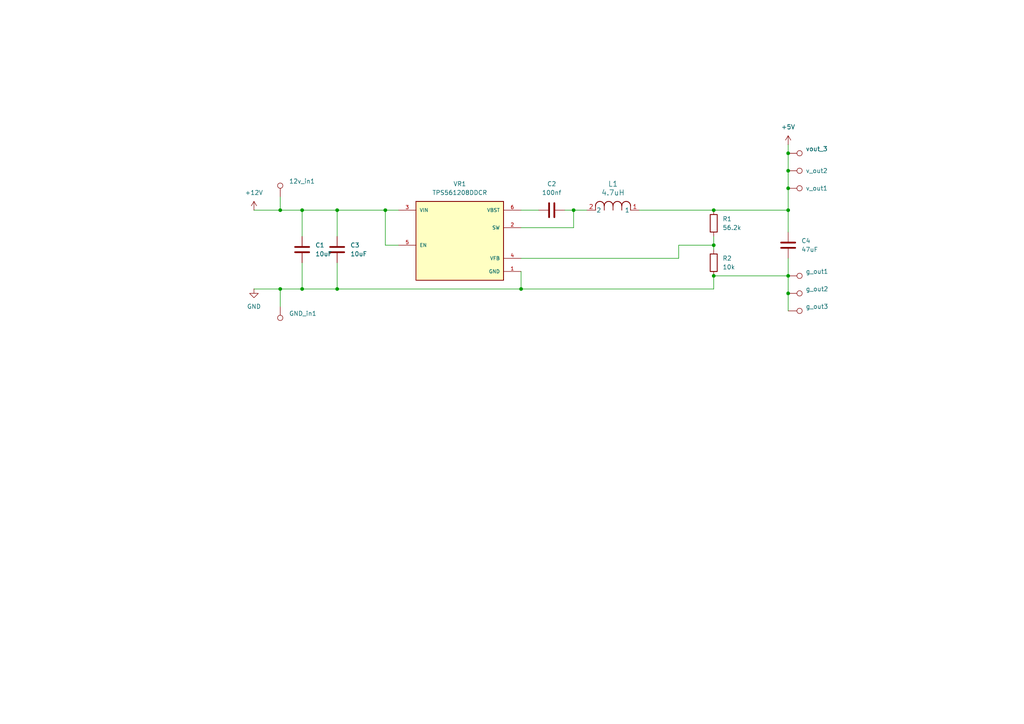
<source format=kicad_sch>
(kicad_sch (version 20250114) (generator "eeschema") (generator_version "9.0")
  (paper "A4")
  (lib_symbols
    (symbol "Connector:TestPoint" (pin_numbers (hide yes)) (pin_names (offset 0.762) (hide yes))
      (property "Reference" "TP" (at 0 6.858 0))
      (property "Value" "TestPoint" (at 0 5.08 0))
      (symbol "TestPoint_0_1"
        (circle (center 0 3.302) (radius 0.762))
      )
      (symbol "TestPoint_1_1"
        (pin passive line (at 0 0 90) (length 2.54) (name "1") (number "1"))
      )
    )
    (symbol "Device:C" (pin_numbers (hide yes)) (pin_names (offset 0.254))
      (property "Reference" "C" (at 0.635 2.54 0))
      (property "Value" "C" (at 0.635 -2.54 0))
      (symbol "C_0_1"
        (polyline (pts (xy -2.032 0.762) (xy 2.032 0.762)) (stroke (width 0.508)))
        (polyline (pts (xy -2.032 -0.762) (xy 2.032 -0.762)) (stroke (width 0.508)))
      )
      (symbol "C_1_1"
        (pin passive line (at 0 3.81 270) (length 2.794) (name "~") (number "1"))
        (pin passive line (at 0 -3.81 90) (length 2.794) (name "~") (number "2"))
      )
    )
    (symbol "Device:R" (pin_numbers (hide yes)) (pin_names (offset 0))
      (property "Reference" "R" (at 2.032 0 90))
      (property "Value" "R" (at 0 0 90))
      (symbol "R_0_1"
        (rectangle (start -1.016 -2.54) (end 1.016 2.54) (stroke (width 0.254)))
      )
      (symbol "R_1_1"
        (pin passive line (at 0 3.81 270) (length 1.27) (name "~") (number "1"))
        (pin passive line (at 0 -3.81 90) (length 1.27) (name "~") (number "2"))
      )
    )
    (symbol "buck down:TPS561208DDCR" (pin_names (offset 1.016))
      (property "Reference" "VR1" (at 0 17.78 0))
      (property "Value" "TPS561208DDCR" (at 0 15.24 0))
      (symbol "TPS561208DDCR_0_0"
        (rectangle (start -12.7 -10.16) (end 12.7 12.7) (stroke (width 0.254)) (fill (type background)))
        (pin power_in line (at -17.78 10.16 0) (length 5.08) (name "VIN") (number "3"))
        (pin input line (at -17.78 0 0) (length 5.08) (name "EN") (number "5"))
        (pin input line (at 17.78 10.16 180) (length 5.08) (name "VBST") (number "6"))
        (pin output line (at 17.78 5.08 180) (length 5.08) (name "SW") (number "2"))
        (pin input line (at 17.78 -3.81 180) (length 5.08) (name "VFB") (number "4"))
        (pin power_in line (at 17.78 -7.62 180) (length 5.08) (name "GND") (number "1"))
      )
    )
    (symbol "drum:B82462A4472M000" (pin_names (offset 0.254))
      (property "Reference" "L" (at 6.985 5.08 0))
      (property "Value" "B82462A4472M000" (at 6.985 -2.54 0))
      (symbol "B82462A4472M000_1_1"
        (polyline (pts (xy 2.54 0) (xy 2.54 1.27)) (stroke (width 0.2032)))
        (arc (start 2.54 1.27) (mid 3.81 2.5344) (end 5.08 1.27) (stroke (width 0.254)))
        (polyline (pts (xy 5.08 0) (xy 5.08 1.27)) (stroke (width 0.2032)))
        (arc (start 5.08 1.27) (mid 6.35 2.5344) (end 7.62 1.27) (stroke (width 0.254)))
        (polyline (pts (xy 7.62 0) (xy 7.62 1.27)) (stroke (width 0.2032)))
        (arc (start 7.62 1.27) (mid 8.89 2.5344) (end 10.16 1.27) (stroke (width 0.254)))
        (polyline (pts (xy 10.16 0) (xy 10.16 1.27)) (stroke (width 0.2032)))
        (arc (start 10.16 1.27) (mid 11.43 2.5344) (end 12.7 1.27) (stroke (width 0.254)))
        (polyline (pts (xy 12.7 0) (xy 12.7 1.27)) (stroke (width 0.2032)))
        (pin unspecified line (at 0 0 0) (length 2.54) (name "2") (number "2"))
        (pin unspecified line (at 15.24 0 180) (length 2.54) (name "1") (number "1"))
      )
      (symbol "B82462A4472M000_1_2"
        (arc (start -1.27 10.16) (mid -2.5344 11.43) (end -1.27 12.7) (stroke (width 0.254)))
        (arc (start -1.27 7.62) (mid -2.5344 8.89) (end -1.27 10.16) (stroke (width 0.254)))
        (arc (start -1.27 5.08) (mid -2.5344 6.35) (end -1.27 7.62) (stroke (width 0.254)))
        (arc (start -1.27 2.54) (mid -2.5344 3.81) (end -1.27 5.08) (stroke (width 0.254)))
        (polyline (pts (xy 0 12.7) (xy -1.27 12.7)) (stroke (width 0.2032)))
        (polyline (pts (xy 0 10.16) (xy -1.27 10.16)) (stroke (width 0.2032)))
        (polyline (pts (xy 0 7.62) (xy -1.27 7.62)) (stroke (width 0.2032)))
        (polyline (pts (xy 0 5.08) (xy -1.27 5.08)) (stroke (width 0.2032)))
        (polyline (pts (xy 0 2.54) (xy -1.27 2.54)) (stroke (width 0.2032)))
        (pin unspecified line (at 0 15.24 270) (length 2.54) (name "1") (number "1"))
        (pin unspecified line (at 0 0 90) (length 2.54) (name "2") (number "2"))
      )
    )
    (symbol "power:+12V" (power) (pin_numbers (hide yes)) (pin_names (offset 0) (hide yes))
      (property "Value" "+12V" (at 0 3.556 0))
      (symbol "+12V_0_1"
        (polyline (pts (xy -0.762 1.27) (xy 0 2.54)))
        (polyline (pts (xy 0 2.54) (xy 0.762 1.27)))
        (polyline (pts (xy 0 0) (xy 0 2.54)))
      )
      (symbol "+12V_1_1"
        (pin power_in line (at 0 0 90) (length 0) (name "~") (number "1"))
      )
    )
    (symbol "power:+5V" (power) (pin_numbers (hide yes)) (pin_names (offset 0) (hide yes))
      (property "Value" "+5V" (at 0 3.556 0))
      (symbol "+5V_0_1"
        (polyline (pts (xy -0.762 1.27) (xy 0 2.54)))
        (polyline (pts (xy 0 2.54) (xy 0.762 1.27)))
        (polyline (pts (xy 0 0) (xy 0 2.54)))
      )
      (symbol "+5V_1_1"
        (pin power_in line (at 0 0 90) (length 0) (name "~") (number "1"))
      )
    )
    (symbol "power:GND" (power) (pin_numbers (hide yes)) (pin_names (offset 0) (hide yes))
      (property "Value" "GND" (at 0 -3.81 0))
      (symbol "GND_0_1"
        (polyline (pts (xy 0 0) (xy 0 -1.27) (xy 1.27 -1.27) (xy 0 -2.54) (xy -1.27 -1.27) (xy 0 -1.27)))
      )
      (symbol "GND_1_1"
        (pin power_in line (at 0 0 270) (length 0) (name "~") (number "1"))
      )
    )
  )
  (junction (at 151.13 83.82))
  (junction (at 228.6 49.53))
  (junction (at 228.6 85.09))
  (junction (at 228.6 44.45))
  (junction (at 81.28 83.82))
  (junction (at 228.6 60.96))
  (junction (at 97.79 60.96))
  (junction (at 228.6 54.61))
  (junction (at 207.01 60.96))
  (junction (at 87.63 83.82))
  (junction (at 97.79 83.82))
  (junction (at 228.6 80.01))
  (junction (at 207.01 80.01))
  (junction (at 81.28 60.96))
  (junction (at 87.63 60.96))
  (junction (at 207.01 71.12))
  (junction (at 111.76 60.96))
  (junction (at 166.37 60.96))
  (wire (pts (xy 97.79 76.2) (xy 97.79 83.82)))
  (wire (pts (xy 196.85 74.93) (xy 196.85 71.12)))
  (wire (pts (xy 151.13 60.96) (xy 156.21 60.96)))
  (wire (pts (xy 196.85 71.12) (xy 207.01 71.12)))
  (wire (pts (xy 151.13 66.04) (xy 166.37 66.04)))
  (wire (pts (xy 87.63 68.58) (xy 87.63 60.96)))
  (wire (pts (xy 111.76 60.96) (xy 115.57 60.96)))
  (wire (pts (xy 228.6 49.53) (xy 228.6 54.61)))
  (wire (pts (xy 81.28 60.96) (xy 87.63 60.96)))
  (wire (pts (xy 207.01 71.12) (xy 207.01 68.58)))
  (wire (pts (xy 81.28 57.15) (xy 81.28 60.96)))
  (wire (pts (xy 228.6 80.01) (xy 228.6 74.93)))
  (wire (pts (xy 228.6 60.96) (xy 228.6 67.31)))
  (wire (pts (xy 87.63 76.2) (xy 87.63 83.82)))
  (wire (pts (xy 207.01 83.82) (xy 151.13 83.82)))
  (wire (pts (xy 81.28 83.82) (xy 87.63 83.82)))
  (wire (pts (xy 87.63 83.82) (xy 97.79 83.82)))
  (wire (pts (xy 115.57 71.12) (xy 111.76 71.12)))
  (wire (pts (xy 207.01 80.01) (xy 228.6 80.01)))
  (wire (pts (xy 228.6 44.45) (xy 228.6 49.53)))
  (wire (pts (xy 228.6 85.09) (xy 228.6 90.17)))
  (wire (pts (xy 73.66 60.96) (xy 81.28 60.96)))
  (wire (pts (xy 228.6 54.61) (xy 228.6 60.96)))
  (wire (pts (xy 111.76 60.96) (xy 111.76 71.12)))
  (wire (pts (xy 87.63 60.96) (xy 97.79 60.96)))
  (wire (pts (xy 166.37 60.96) (xy 170.18 60.96)))
  (wire (pts (xy 228.6 80.01) (xy 228.6 85.09)))
  (wire (pts (xy 185.42 60.96) (xy 207.01 60.96)))
  (wire (pts (xy 207.01 80.01) (xy 207.01 83.82)))
  (wire (pts (xy 97.79 60.96) (xy 97.79 68.58)))
  (wire (pts (xy 151.13 83.82) (xy 151.13 78.74)))
  (wire (pts (xy 97.79 60.96) (xy 111.76 60.96)))
  (wire (pts (xy 228.6 41.91) (xy 228.6 44.45)))
  (wire (pts (xy 166.37 66.04) (xy 166.37 60.96)))
  (wire (pts (xy 73.66 83.82) (xy 81.28 83.82)))
  (wire (pts (xy 166.37 60.96) (xy 163.83 60.96)))
  (wire (pts (xy 81.28 83.82) (xy 81.28 88.9)))
  (wire (pts (xy 151.13 74.93) (xy 196.85 74.93)))
  (wire (pts (xy 207.01 60.96) (xy 228.6 60.96)))
  (wire (pts (xy 207.01 71.12) (xy 207.01 72.39)))
  (wire (pts (xy 97.79 83.82) (xy 151.13 83.82)))
  (symbol (lib_id "Connector:TestPoint") (at 228.6 80.01 270) (unit 1)
    (property "Reference" "g_out1" (at 233.68 78.7399 90) (effects (justify left)))
    (property "Value" "g_out1" (effects (hide yes)))
    (property "Footprint" "Connector_PinHeader_2.54mm:PinHeader_1x01_P2.54mm_Vertical" (effects (hide yes)))
    (property "Description" "test point" (effects (hide yes)))
  )
  (symbol (lib_id "power:+12V") (at 73.66 60.96 0) (unit 1)
    (property "Reference" "#PWR01" (effects (hide yes)))
    (property "Value" "+12V" (at 73.66 55.88 0))
    (property "Description" "Power symbol creates a global label with name \"+12V\"" (effects (hide yes)))
  )
  (symbol (lib_id "power:+5V") (at 228.6 41.91 0) (unit 1)
    (property "Reference" "#PWR03" (effects (hide yes)))
    (property "Value" "+5V" (at 228.6 36.83 0))
    (property "Description" "Power symbol creates a global label with name \"+5V\"" (effects (hide yes)))
  )
  (symbol (lib_id "Device:R") (at 207.01 64.77 0) (unit 1)
    (property "Reference" "R1" (at 209.55 63.4999 0) (effects (justify left)))
    (property "Value" "56.2k" (at 209.55 66.0399 0) (effects (justify left)))
    (property "Footprint" "Resistor_SMD:R_0603_1608Metric_Pad0.98x0.95mm_HandSolder" (effects (hide yes)))
    (property "Description" "Resistor" (effects (hide yes)))
  )
  (symbol (lib_id "Connector:TestPoint") (at 228.6 85.09 270) (unit 1)
    (property "Reference" "g_out2" (at 233.68 83.8199 90) (effects (justify left)))
    (property "Value" "g_out2" (effects (hide yes)))
    (property "Footprint" "Connector_PinHeader_2.54mm:PinHeader_1x01_P2.54mm_Vertical" (effects (hide yes)))
    (property "Description" "test point" (effects (hide yes)))
  )
  (symbol (lib_id "Device:R") (at 207.01 76.2 0) (unit 1)
    (property "Reference" "R2" (at 209.55 74.9299 0) (effects (justify left)))
    (property "Value" "10k" (at 209.55 77.4699 0) (effects (justify left)))
    (property "Footprint" "Resistor_SMD:R_0603_1608Metric_Pad0.98x0.95mm_HandSolder" (effects (hide yes)))
    (property "Description" "Resistor" (effects (hide yes)))
  )
  (symbol (lib_id "Connector:TestPoint") (at 228.6 54.61 270) (unit 1)
    (property "Reference" "v_out1" (at 233.68 54.6099 90) (effects (justify left)))
    (property "Value" "vout_1" (effects (hide yes)))
    (property "Footprint" "Connector_PinHeader_2.54mm:PinHeader_1x01_P2.54mm_Vertical" (effects (hide yes)))
    (property "Description" "test point" (effects (hide yes)))
  )
  (symbol (lib_id "buck down:TPS561208DDCR") (at 133.35 71.12 0) (unit 1)
    (property "Reference" "VR1" (at 133.35 53.34 0))
    (property "Value" "TPS561208DDCR" (at 133.35 55.88 0))
    (property "Footprint" "ic:SOT95P280X110-6N" (effects (hide yes)))
  )
  (symbol (lib_id "Device:C") (at 228.6 71.12 180) (unit 1)
    (property "Reference" "C4" (at 232.41 69.8499 0) (effects (justify right)))
    (property "Value" "47uF" (at 232.41 72.3899 0) (effects (justify right)))
    (property "Footprint" "Capacitor_SMD:C_1206_3216Metric_Pad1.33x1.80mm_HandSolder" (effects (hide yes)))
    (property "Description" "Unpolarized capacitor" (effects (hide yes)))
  )
  (symbol (lib_id "Connector:TestPoint") (at 228.6 90.17 270) (unit 1)
    (property "Reference" "g_out3" (at 233.68 88.8999 90) (effects (justify left)))
    (property "Value" "g_out3" (effects (hide yes)))
    (property "Footprint" "Connector_PinHeader_2.54mm:PinHeader_1x01_P2.54mm_Vertical" (effects (hide yes)))
    (property "Description" "test point" (effects (hide yes)))
  )
  (symbol (lib_id "power:GND") (at 73.66 83.82 0) (unit 1)
    (property "Reference" "#PWR02" (effects (hide yes)))
    (property "Value" "GND" (at 73.66 88.9 0))
    (property "Description" "Power symbol creates a global label with name \"GND\" , ground" (effects (hide yes)))
  )
  (symbol (lib_id "Device:C") (at 97.79 72.39 0) (unit 1)
    (property "Reference" "C3" (at 101.6 71.1199 0) (effects (justify left)))
    (property "Value" "10uF" (at 101.6 73.6599 0) (effects (justify left)))
    (property "Footprint" "Capacitor_SMD:C_0603_1608Metric_Pad1.08x0.95mm_HandSolder" (effects (hide yes)))
    (property "Description" "Unpolarized capacitor" (effects (hide yes)))
  )
  (symbol (lib_id "Connector:TestPoint") (at 228.6 49.53 270) (unit 1)
    (property "Reference" "v_out2" (at 233.68 49.5299 90) (effects (justify left)))
    (property "Value" "vout_2" (effects (hide yes)))
    (property "Footprint" "Connector_PinHeader_2.54mm:PinHeader_1x01_P2.54mm_Vertical" (effects (hide yes)))
    (property "Description" "test point" (effects (hide yes)))
  )
  (symbol (lib_id "Connector:TestPoint") (at 228.6 44.45 270) (unit 1)
    (property "Reference" "vout_3" (at 233.68 43.1799 90) (effects (justify left)))
    (property "Value" "vout_3" (effects (hide yes)))
    (property "Footprint" "Connector_PinHeader_2.54mm:PinHeader_1x01_P2.54mm_Vertical" (effects (hide yes)))
    (property "Description" "test point" (effects (hide yes)))
  )
  (symbol (lib_id "Connector:TestPoint") (at 81.28 57.15 0) (unit 1)
    (property "Reference" "12v_in1" (at 83.82 52.5779 0) (effects (justify left)))
    (property "Value" "12v_in" (effects (hide yes)))
    (property "Footprint" "TestPoint:TestPoint_Pad_D2.5mm" (effects (hide yes)))
    (property "Description" "test point" (effects (hide yes)))
  )
  (symbol (lib_id "Device:C") (at 160.02 60.96 90) (unit 1)
    (property "Reference" "C2" (at 160.02 53.34 90))
    (property "Value" "100nf" (at 160.02 55.88 90))
    (property "Footprint" "Capacitor_SMD:C_0603_1608Metric_Pad1.08x0.95mm_HandSolder" (effects (hide yes)))
    (property "Description" "Unpolarized capacitor" (effects (hide yes)))
  )
  (symbol (lib_id "Device:C") (at 87.63 72.39 0) (unit 1)
    (property "Reference" "C1" (at 91.44 71.1199 0) (effects (justify left)))
    (property "Value" "10uF" (at 91.44 73.6599 0) (effects (justify left)))
    (property "Footprint" "Capacitor_SMD:C_0603_1608Metric_Pad1.08x0.95mm_HandSolder" (effects (hide yes)))
    (property "Description" "Unpolarized capacitor" (effects (hide yes)))
  )
  (symbol (lib_id "drum:B82462A4472M000") (at 170.18 60.96 0) (unit 1)
    (property "Reference" "L1" (at 177.8 53.34 0) (effects (font (size 1.524 1.524))))
    (property "Value" "4.7uH" (at 177.8 55.88 0) (effects (font (size 1.524 1.524))))
    (property "Footprint" "drum:IND_EPCOS_B82462A4_EPC" (effects (hide yes)))
    (property "Datasheet" "B82462A4472M000" (effects (hide yes)))
  )
  (symbol (lib_id "Connector:TestPoint") (at 81.28 88.9 180) (unit 1)
    (property "Reference" "GND_in1" (at 83.82 90.9319 0) (effects (justify right)))
    (property "Value" "GND_in" (effects (hide yes)))
    (property "Footprint" "TestPoint:TestPoint_Pad_D2.5mm" (effects (hide yes)))
    (property "Description" "test point" (effects (hide yes)))
  )
)
</source>
